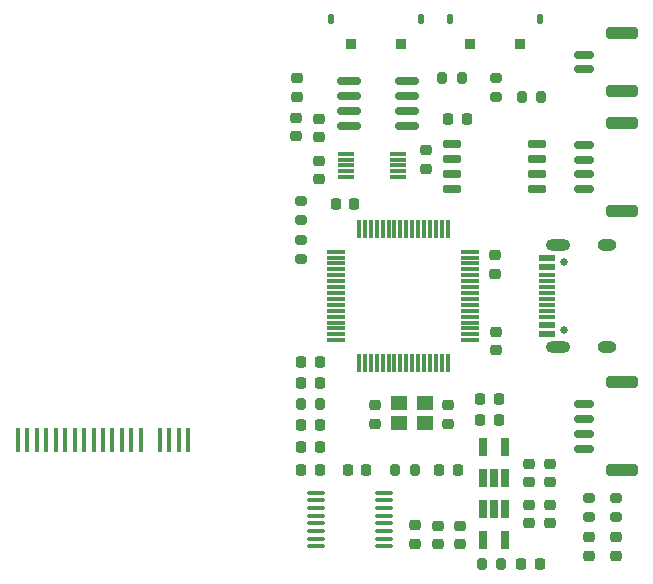
<source format=gbr>
%TF.GenerationSoftware,KiCad,Pcbnew,(6.0.6)*%
%TF.CreationDate,2022-11-24T20:23:29+08:00*%
%TF.ProjectId,Debugger-PCB,44656275-6767-4657-922d-5043422e6b69,rev?*%
%TF.SameCoordinates,Original*%
%TF.FileFunction,Soldermask,Top*%
%TF.FilePolarity,Negative*%
%FSLAX46Y46*%
G04 Gerber Fmt 4.6, Leading zero omitted, Abs format (unit mm)*
G04 Created by KiCad (PCBNEW (6.0.6)) date 2022-11-24 20:23:29*
%MOMM*%
%LPD*%
G01*
G04 APERTURE LIST*
G04 Aperture macros list*
%AMRoundRect*
0 Rectangle with rounded corners*
0 $1 Rounding radius*
0 $2 $3 $4 $5 $6 $7 $8 $9 X,Y pos of 4 corners*
0 Add a 4 corners polygon primitive as box body*
4,1,4,$2,$3,$4,$5,$6,$7,$8,$9,$2,$3,0*
0 Add four circle primitives for the rounded corners*
1,1,$1+$1,$2,$3*
1,1,$1+$1,$4,$5*
1,1,$1+$1,$6,$7*
1,1,$1+$1,$8,$9*
0 Add four rect primitives between the rounded corners*
20,1,$1+$1,$2,$3,$4,$5,0*
20,1,$1+$1,$4,$5,$6,$7,0*
20,1,$1+$1,$6,$7,$8,$9,0*
20,1,$1+$1,$8,$9,$2,$3,0*%
G04 Aperture macros list end*
%ADD10RoundRect,0.225000X0.225000X0.225000X-0.225000X0.225000X-0.225000X-0.225000X0.225000X-0.225000X0*%
%ADD11RoundRect,0.125000X0.125000X0.325000X-0.125000X0.325000X-0.125000X-0.325000X0.125000X-0.325000X0*%
%ADD12R,0.650000X1.560000*%
%ADD13RoundRect,0.218750X0.256250X-0.218750X0.256250X0.218750X-0.256250X0.218750X-0.256250X-0.218750X0*%
%ADD14RoundRect,0.150000X-0.825000X-0.150000X0.825000X-0.150000X0.825000X0.150000X-0.825000X0.150000X0*%
%ADD15R,0.400000X2.000000*%
%ADD16RoundRect,0.225000X0.250000X-0.225000X0.250000X0.225000X-0.250000X0.225000X-0.250000X-0.225000X0*%
%ADD17RoundRect,0.200000X-0.200000X-0.275000X0.200000X-0.275000X0.200000X0.275000X-0.200000X0.275000X0*%
%ADD18RoundRect,0.150000X0.700000X-0.150000X0.700000X0.150000X-0.700000X0.150000X-0.700000X-0.150000X0*%
%ADD19RoundRect,0.250000X1.100000X-0.250000X1.100000X0.250000X-1.100000X0.250000X-1.100000X-0.250000X0*%
%ADD20RoundRect,0.225000X0.225000X0.250000X-0.225000X0.250000X-0.225000X-0.250000X0.225000X-0.250000X0*%
%ADD21RoundRect,0.225000X-0.225000X-0.250000X0.225000X-0.250000X0.225000X0.250000X-0.225000X0.250000X0*%
%ADD22RoundRect,0.218750X0.218750X0.256250X-0.218750X0.256250X-0.218750X-0.256250X0.218750X-0.256250X0*%
%ADD23RoundRect,0.225000X-0.250000X0.225000X-0.250000X-0.225000X0.250000X-0.225000X0.250000X0.225000X0*%
%ADD24R,1.400000X0.300000*%
%ADD25RoundRect,0.200000X-0.275000X0.200000X-0.275000X-0.200000X0.275000X-0.200000X0.275000X0.200000X0*%
%ADD26RoundRect,0.150000X0.650000X0.150000X-0.650000X0.150000X-0.650000X-0.150000X0.650000X-0.150000X0*%
%ADD27C,0.650000*%
%ADD28R,1.450000X0.600000*%
%ADD29R,1.450000X0.300000*%
%ADD30O,1.600000X1.000000*%
%ADD31O,2.100000X1.000000*%
%ADD32RoundRect,0.200000X0.275000X-0.200000X0.275000X0.200000X-0.275000X0.200000X-0.275000X-0.200000X0*%
%ADD33RoundRect,0.100000X-0.637500X-0.100000X0.637500X-0.100000X0.637500X0.100000X-0.637500X0.100000X0*%
%ADD34RoundRect,0.075000X0.075000X-0.700000X0.075000X0.700000X-0.075000X0.700000X-0.075000X-0.700000X0*%
%ADD35RoundRect,0.075000X0.700000X-0.075000X0.700000X0.075000X-0.700000X0.075000X-0.700000X-0.075000X0*%
%ADD36R,1.400000X1.200000*%
G04 APERTURE END LIST*
D10*
%TO.C,SW1*%
X161325000Y-86225000D03*
X157125000Y-86225000D03*
D11*
X155425000Y-84125000D03*
X163025000Y-84125000D03*
%TD*%
D10*
%TO.C,SW2*%
X171425000Y-86225000D03*
X167225000Y-86225000D03*
D11*
X165525000Y-84125000D03*
X173125000Y-84125000D03*
%TD*%
D12*
%TO.C,U1*%
X168280000Y-123016000D03*
X169230000Y-123016000D03*
X170180000Y-123016000D03*
X170180000Y-120316000D03*
X168280000Y-120316000D03*
%TD*%
D13*
%TO.C,D3*%
X179578000Y-129565500D03*
X179578000Y-127990500D03*
%TD*%
D14*
%TO.C,U4*%
X156910000Y-89408000D03*
X156910000Y-90678000D03*
X156910000Y-91948000D03*
X156910000Y-93218000D03*
X161860000Y-93218000D03*
X161860000Y-91948000D03*
X161860000Y-90678000D03*
X161860000Y-89408000D03*
%TD*%
D15*
%TO.C,LCD1*%
X139312000Y-119769000D03*
X138512000Y-119769000D03*
X137712000Y-119769000D03*
X136912000Y-119769000D03*
X136112000Y-119769000D03*
X135312000Y-119769000D03*
X134512000Y-119769000D03*
X133712000Y-119769000D03*
X132912000Y-119769000D03*
X132112000Y-119769000D03*
X131312000Y-119769000D03*
X130512000Y-119769000D03*
X129712000Y-119769000D03*
X128912000Y-119769000D03*
X140912000Y-119769000D03*
X141712000Y-119769000D03*
X142512000Y-119769000D03*
X143312000Y-119769000D03*
%TD*%
D16*
%TO.C,C9*%
X154432000Y-97676000D03*
X154432000Y-96126000D03*
%TD*%
D17*
%TO.C,R1*%
X168186500Y-130302000D03*
X169836500Y-130302000D03*
%TD*%
D18*
%TO.C,J3*%
X176869000Y-88382000D03*
X176869000Y-87132000D03*
D19*
X180069000Y-90232000D03*
X180069000Y-85282000D03*
%TD*%
D16*
%TO.C,C25*%
X163449000Y-96787000D03*
X163449000Y-95237000D03*
%TD*%
D17*
%TO.C,R3*%
X160846000Y-122301000D03*
X162496000Y-122301000D03*
%TD*%
D20*
%TO.C,C15*%
X154445000Y-113157000D03*
X152895000Y-113157000D03*
%TD*%
D21*
%TO.C,C10*%
X165346000Y-92571000D03*
X166896000Y-92571000D03*
%TD*%
D20*
%TO.C,C16*%
X154445000Y-114935000D03*
X152895000Y-114935000D03*
%TD*%
%TO.C,C18*%
X166129000Y-122301000D03*
X164579000Y-122301000D03*
%TD*%
D21*
%TO.C,C23*%
X152895000Y-120396000D03*
X154445000Y-120396000D03*
%TD*%
D22*
%TO.C,D1*%
X173101000Y-130302000D03*
X171526000Y-130302000D03*
%TD*%
D23*
%TO.C,C26*%
X152527000Y-89141000D03*
X152527000Y-90691000D03*
%TD*%
D18*
%TO.C,J1*%
X176869000Y-98522000D03*
X176869000Y-97272000D03*
X176869000Y-96022000D03*
X176869000Y-94772000D03*
D19*
X180069000Y-100372000D03*
X180069000Y-92922000D03*
%TD*%
D24*
%TO.C,U3*%
X161077000Y-97520000D03*
X161077000Y-97020000D03*
X161077000Y-96520000D03*
X161077000Y-96020000D03*
X161077000Y-95520000D03*
X156677000Y-95520000D03*
X156677000Y-96020000D03*
X156677000Y-96520000D03*
X156677000Y-97020000D03*
X156677000Y-97520000D03*
%TD*%
D25*
%TO.C,R2*%
X169418000Y-89091000D03*
X169418000Y-90741000D03*
%TD*%
D18*
%TO.C,J2*%
X176869000Y-120493000D03*
X176869000Y-119243000D03*
X176869000Y-117993000D03*
X176869000Y-116743000D03*
D19*
X180069000Y-114893000D03*
X180069000Y-122343000D03*
%TD*%
D16*
%TO.C,C21*%
X162560000Y-128537000D03*
X162560000Y-126987000D03*
%TD*%
D21*
%TO.C,C22*%
X152895000Y-118491000D03*
X154445000Y-118491000D03*
%TD*%
D25*
%TO.C,R6*%
X179578000Y-124651000D03*
X179578000Y-126301000D03*
%TD*%
D16*
%TO.C,C8*%
X166370000Y-128584000D03*
X166370000Y-127034000D03*
%TD*%
D23*
%TO.C,C14*%
X169418000Y-110604000D03*
X169418000Y-112154000D03*
%TD*%
D26*
%TO.C,U7*%
X172891000Y-98552000D03*
X172891000Y-97282000D03*
X172891000Y-96012000D03*
X172891000Y-94742000D03*
X165691000Y-94742000D03*
X165691000Y-96012000D03*
X165691000Y-97282000D03*
X165691000Y-98552000D03*
%TD*%
D21*
%TO.C,C2*%
X168069000Y-116332000D03*
X169619000Y-116332000D03*
%TD*%
D27*
%TO.C,J4*%
X175169000Y-110459000D03*
X175169000Y-104679000D03*
D28*
X173724000Y-110819000D03*
X173724000Y-110019000D03*
D29*
X173724000Y-108819000D03*
X173724000Y-107819000D03*
X173724000Y-107319000D03*
X173724000Y-106319000D03*
D28*
X173724000Y-105119000D03*
X173724000Y-104319000D03*
X173724000Y-104319000D03*
X173724000Y-105119000D03*
D29*
X173724000Y-105819000D03*
X173724000Y-106819000D03*
X173724000Y-108319000D03*
X173724000Y-109319000D03*
D28*
X173724000Y-110019000D03*
X173724000Y-110819000D03*
D30*
X178819000Y-111889000D03*
D31*
X174639000Y-111889000D03*
D30*
X178819000Y-103249000D03*
D31*
X174639000Y-103249000D03*
%TD*%
D16*
%TO.C,C5*%
X172151000Y-123330000D03*
X172151000Y-121780000D03*
%TD*%
D17*
%TO.C,R10*%
X164850000Y-89075000D03*
X166500000Y-89075000D03*
%TD*%
D21*
%TO.C,C24*%
X156832000Y-122301000D03*
X158382000Y-122301000D03*
%TD*%
D23*
%TO.C,C13*%
X169291000Y-104127000D03*
X169291000Y-105677000D03*
%TD*%
D32*
%TO.C,R8*%
X152908000Y-104457000D03*
X152908000Y-102807000D03*
%TD*%
D23*
%TO.C,C7*%
X172151000Y-125243000D03*
X172151000Y-126793000D03*
%TD*%
D16*
%TO.C,C1*%
X173929000Y-123330000D03*
X173929000Y-121780000D03*
%TD*%
D17*
%TO.C,R11*%
X171550000Y-90750000D03*
X173200000Y-90750000D03*
%TD*%
D33*
%TO.C,U6*%
X154180500Y-124217000D03*
X154180500Y-124867000D03*
X154180500Y-125517000D03*
X154180500Y-126167000D03*
X154180500Y-126817000D03*
X154180500Y-127467000D03*
X154180500Y-128117000D03*
X154180500Y-128767000D03*
X159905500Y-128767000D03*
X159905500Y-128117000D03*
X159905500Y-127467000D03*
X159905500Y-126817000D03*
X159905500Y-126167000D03*
X159905500Y-125517000D03*
X159905500Y-124867000D03*
X159905500Y-124217000D03*
%TD*%
D12*
%TO.C,U2*%
X170180000Y-125570000D03*
X169230000Y-125570000D03*
X168280000Y-125570000D03*
X168280000Y-128270000D03*
X170180000Y-128270000D03*
%TD*%
D32*
%TO.C,R7*%
X152908000Y-101155000D03*
X152908000Y-99505000D03*
%TD*%
D17*
%TO.C,R4*%
X152845000Y-116713000D03*
X154495000Y-116713000D03*
%TD*%
D34*
%TO.C,U5*%
X157794000Y-113244000D03*
X158294000Y-113244000D03*
X158794000Y-113244000D03*
X159294000Y-113244000D03*
X159794000Y-113244000D03*
X160294000Y-113244000D03*
X160794000Y-113244000D03*
X161294000Y-113244000D03*
X161794000Y-113244000D03*
X162294000Y-113244000D03*
X162794000Y-113244000D03*
X163294000Y-113244000D03*
X163794000Y-113244000D03*
X164294000Y-113244000D03*
X164794000Y-113244000D03*
X165294000Y-113244000D03*
D35*
X167219000Y-111319000D03*
X167219000Y-110819000D03*
X167219000Y-110319000D03*
X167219000Y-109819000D03*
X167219000Y-109319000D03*
X167219000Y-108819000D03*
X167219000Y-108319000D03*
X167219000Y-107819000D03*
X167219000Y-107319000D03*
X167219000Y-106819000D03*
X167219000Y-106319000D03*
X167219000Y-105819000D03*
X167219000Y-105319000D03*
X167219000Y-104819000D03*
X167219000Y-104319000D03*
X167219000Y-103819000D03*
D34*
X165294000Y-101894000D03*
X164794000Y-101894000D03*
X164294000Y-101894000D03*
X163794000Y-101894000D03*
X163294000Y-101894000D03*
X162794000Y-101894000D03*
X162294000Y-101894000D03*
X161794000Y-101894000D03*
X161294000Y-101894000D03*
X160794000Y-101894000D03*
X160294000Y-101894000D03*
X159794000Y-101894000D03*
X159294000Y-101894000D03*
X158794000Y-101894000D03*
X158294000Y-101894000D03*
X157794000Y-101894000D03*
D35*
X155869000Y-103819000D03*
X155869000Y-104319000D03*
X155869000Y-104819000D03*
X155869000Y-105319000D03*
X155869000Y-105819000D03*
X155869000Y-106319000D03*
X155869000Y-106819000D03*
X155869000Y-107319000D03*
X155869000Y-107819000D03*
X155869000Y-108319000D03*
X155869000Y-108819000D03*
X155869000Y-109319000D03*
X155869000Y-109819000D03*
X155869000Y-110319000D03*
X155869000Y-110819000D03*
X155869000Y-111319000D03*
%TD*%
D23*
%TO.C,C3*%
X173929000Y-125243000D03*
X173929000Y-126793000D03*
%TD*%
%TO.C,C19*%
X165354000Y-116827000D03*
X165354000Y-118377000D03*
%TD*%
D16*
%TO.C,C17*%
X159131000Y-118377000D03*
X159131000Y-116827000D03*
%TD*%
D20*
%TO.C,C12*%
X157366000Y-99822000D03*
X155816000Y-99822000D03*
%TD*%
D13*
%TO.C,D2*%
X177292000Y-129565500D03*
X177292000Y-127990500D03*
%TD*%
D36*
%TO.C,Y1*%
X163406000Y-116625000D03*
X161206000Y-116625000D03*
X161206000Y-118325000D03*
X163406000Y-118325000D03*
%TD*%
D21*
%TO.C,C6*%
X168069000Y-118110000D03*
X169619000Y-118110000D03*
%TD*%
D23*
%TO.C,C11*%
X154432000Y-92570000D03*
X154432000Y-94120000D03*
%TD*%
D16*
%TO.C,C4*%
X164465000Y-128584000D03*
X164465000Y-127034000D03*
%TD*%
D21*
%TO.C,C20*%
X152895000Y-122301000D03*
X154445000Y-122301000D03*
%TD*%
D25*
%TO.C,R5*%
X177292000Y-124651000D03*
X177292000Y-126301000D03*
%TD*%
D23*
%TO.C,C27*%
X152475000Y-92500000D03*
X152475000Y-94050000D03*
%TD*%
M02*

</source>
